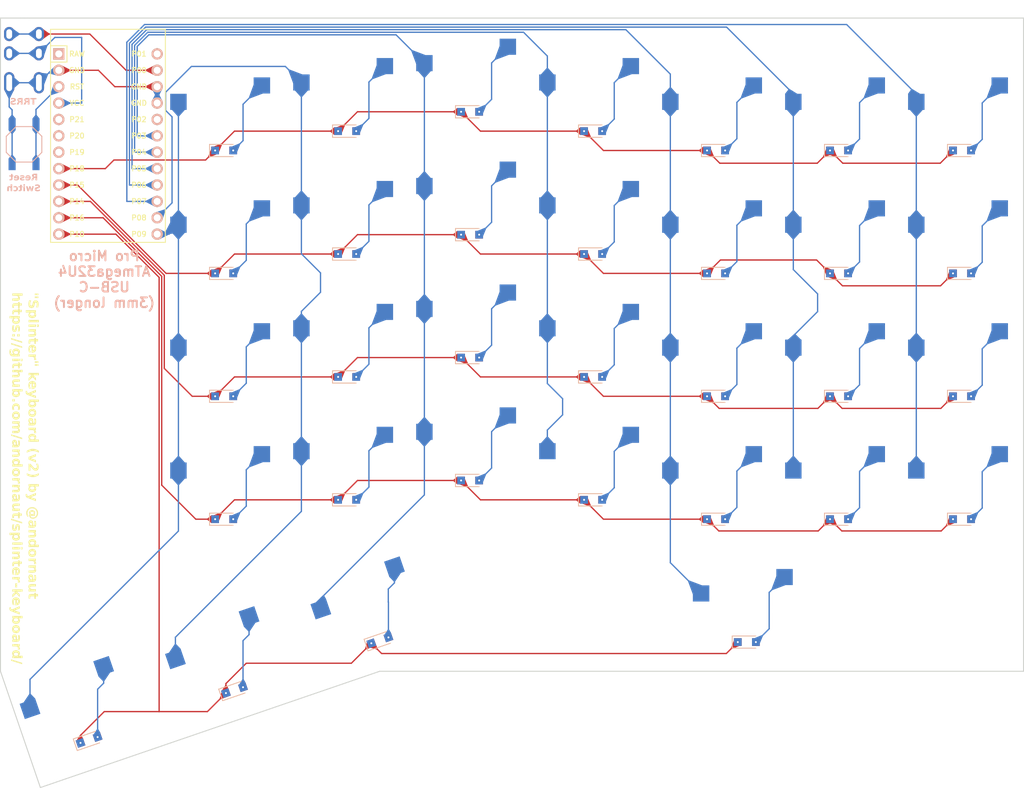
<source format=kicad_pcb>
(kicad_pcb (version 20240108) (generator "pcbnew") (generator_version "8.0")
  (title_block (title "right") (date "2024-06-14") (rev "v1.0.0") (company "Unknown"))
  (layers (0 "F.Cu" signal) (31 "B.Cu" signal) (34 "B.Paste" user) (35 "F.Paste" user) (36 "B.SilkS" user "B.Silkscreen") (37 "F.SilkS" user "F.Silkscreen") (38 "B.Mask" user) (39 "F.Mask" user) (44 "Edge.Cuts" user))
  (net 0 "")
  (net 1 "mirror_two_bottom")
  (net 2 "P16")
  (net 3 "mirror_two_home")
  (net 4 "P14")
  (net 5 "mirror_two_top")
  (net 6 "P15")
  (net 7 "mirror_two_number")
  (net 8 "P18")
  (net 9 "mirror_three_bottom")
  (net 10 "mirror_three_home")
  (net 11 "mirror_three_top")
  (net 12 "mirror_three_number")
  (net 13 "mirror_four_bottom")
  (net 14 "mirror_four_home")
  (net 15 "mirror_four_top")
  (net 16 "mirror_four_number")
  (net 17 "mirror_five_bottom")
  (net 18 "mirror_five_home")
  (net 19 "mirror_five_top")
  (net 20 "mirror_five_number")
  (net 21 "zero_meta")
  (net 22 "P10")
  (net 23 "zero_bottom")
  (net 24 "zero_home")
  (net 25 "zero_top")
  (net 26 "zero_number")
  (net 27 "dash_bottom")
  (net 28 "dash_home")
  (net 29 "dash_top")
  (net 30 "dash_number")
  (net 31 "equal_bottom")
  (net 32 "equal_home")
  (net 33 "equal_top")
  (net 34 "equal_number")
  (net 35 "mirror_three_meta")
  (net 36 "mirror_four_meta")
  (net 37 "mirror_five_meta")
  (net 38 "P4")
  (net 39 "P3")
  (net 40 "P8")
  (net 41 "P9")
  (net 42 "P5")
  (net 43 "P6")
  (net 44 "P7")
  (net 45 "RAW")
  (net 46 "GND")
  (net 47 "RST")
  (net 48 "VCC")
  (net 49 "P21")
  (net 50 "P20")
  (net 51 "P19")
  (net 52 "P1")
  (net 53 "P0")
  (net 54 "P2")
  (footprint "E73:SW_TACT_ALPS_SKQGABE010" (layer "F.Cu") (at 228.075 119.575 90)
    (property "Reference" "B1" (hide yes))
    (property "Value" "" (hide yes))
  )
  (footprint "Diode_SMD:Nexperia_CFP3_SOD-123W" (layer "F.Cu") (at 283.196651 196.45472 18.925)
    (property "Reference" "D30" (hide yes))
    (property "Value" "Nexperia_CFP3_SOD-123W" (hide yes))
  )
  (footprint "Diode_SMD:Nexperia_CFP3_SOD-123W" (layer "F.Cu") (at 297.175 152.625)
    (property "Reference" "D6" (hide yes))
    (property "Value" "Nexperia_CFP3_SOD-123W" (hide yes))
  )
  (footprint "MX" (layer "F.Cu") (at 297.175 166.675)
    (property "Reference" "S5" (hide yes))
    (property "Value" "" (hide yes))
  )
  (footprint "MX" (layer "F.Cu") (at 259.075 115.525)
    (property "Reference" "S16" (hide yes))
    (property "Value" "" (hide yes))
  )
  (footprint "Diode_SMD:Nexperia_CFP3_SOD-123W" (layer "F.Cu") (at 238.146071 211.900945 18.925)
    (property "Reference" "D32" (hide yes))
    (property "Value" "Nexperia_CFP3_SOD-123W" (hide yes))
  )
  (footprint "MX" (layer "F.Cu") (at 259.075 134.575)
    (property "Reference" "S15" (hide yes))
    (property "Value" "" (hide yes))
  )
  (footprint "Diode_SMD:Nexperia_CFP3_SOD-123W" (layer "F.Cu") (at 316.225 136.575)
    (property "Reference" "D3" (hide yes))
    (property "Value" "Nexperia_CFP3_SOD-123W" (hide yes))
  )
  (footprint "Diode_SMD:Nexperia_CFP3_SOD-123W" (layer "F.Cu") (at 335.275 177.675)
    (property "Reference" "D18" (hide yes))
    (property "Value" "Nexperia_CFP3_SOD-123W" (hide yes))
  )
  (footprint "Diode_SMD:Nexperia_CFP3_SOD-123W" (layer "F.Cu") (at 259.075 139.575)
    (property "Reference" "D15" (hide yes))
    (property "Value" "Nexperia_CFP3_SOD-123W" (hide yes))
  )
  (footprint "MX" (layer "F.Cu") (at 335.275 153.625)
    (property "Reference" "S19" (hide yes))
    (property "Value" "" (hide yes))
  )
  (footprint "MX" (layer "F.Cu") (at 354.325 134.575)
    (property "Reference" "S24" (hide yes))
    (property "Value" "" (hide yes))
  )
  (footprint "MX" (layer "F.Cu") (at 340.0375 191.725)
    (property "Reference" "S17" (hide yes))
    (property "Value" "" (hide yes))
  )
  (footprint "MX" (layer "F.Cu") (at 354.325 115.525)
    (property "Reference" "S25" (hide yes))
    (property "Value" "" (hide yes))
  )
  (footprint "MX" (layer "F.Cu") (at 236.52442 207.171226 18.925)
    (property "Reference" "S32" (hide yes))
    (property "Value" "" (hide yes))
  )
  (footprint "MX" (layer "F.Cu") (at 335.275 115.525)
    (property "Reference" "S21" (hide yes))
    (property "Value" "" (hide yes))
  )
  (footprint "Diode_SMD:Nexperia_CFP3_SOD-123W" (layer "F.Cu") (at 373.375 177.675)
    (property "Reference" "D26" (hide yes))
    (property "Value" "Nexperia_CFP3_SOD-123W" (hide yes))
  )
  (footprint "Diode_SMD:Nexperia_CFP3_SOD-123W" (layer "F.Cu") (at 354.325 177.675)
    (property "Reference" "D22" (hide yes))
    (property "Value" "Nexperia_CFP3_SOD-123W" (hide yes))
  )
  (footprint "Diode_SMD:Nexperia_CFP3_SOD-123W" (layer "F.Cu") (at 335.275 158.625)
    (property "Reference" "D19" (hide yes))
    (property "Value" "Nexperia_CFP3_SOD-123W" (hide yes))
  )
  (footprint "MX" (layer "F.Cu") (at 278.125 169.675)
    (property "Reference" "S9" (hide yes))
    (property "Value" "" (hide yes))
  )
  (footprint "MX" (layer "F.Cu") (at 259.04971 199.448113 18.925)
    (property "Reference" "S31" (hide yes))
    (property "Value" "" (hide yes))
  )
  (footprint "MX" (layer "F.Cu") (at 354.325 172.675)
    (property "Reference" "S22" (hide yes))
    (property "Value" "" (hide yes))
  )
  (footprint "MX" (layer "F.Cu") (at 278.125 112.525)
    (property "Reference" "S12" (hide yes))
    (property "Value" "" (hide yes))
  )
  (footprint "Diode_SMD:Nexperia_CFP3_SOD-123W" (layer "F.Cu") (at 259.075 177.675)
    (property "Reference" "D13" (hide yes))
    (property "Value" "Nexperia_CFP3_SOD-123W" (hide yes))
  )
  (footprint "MX" (layer "F.Cu") (at 281.575 191.725 18.925)
    (property "Reference" "S30" (hide yes))
    (property "Value" "" (hide yes))
  )
  (footprint "MX" (layer "F.Cu") (at 297.175 128.575)
    (property "Reference" "S7" (hide yes))
    (property "Value" "" (hide yes))
  )
  (footprint "Diode_SMD:Nexperia_CFP3_SOD-123W" (layer "F.Cu") (at 335.275 139.575)
    (property "Reference" "D20" (hide yes))
    (property "Value" "Nexperia_CFP3_SOD-123W" (hide yes))
  )
  (footprint "MX" (layer "F.Cu") (at 354.325 153.625)
    (property "Reference" "S23" (hide yes))
    (property "Value" "" (hide yes))
  )
  (footprint "Diode_SMD:Nexperia_CFP3_SOD-123W" (layer "F.Cu") (at 316.225 155.625)
    (property "Reference" "D2" (hide yes))
    (property "Value" "Nexperia_CFP3_SOD-123W" (hide yes))
  )
  (footprint "ProMicro" (layer "F.Cu") (at 241.075 119.525 -90)
    (property "Reference" "MCU1" (hide yes))
    (property "Value" "" (hide yes))
  )
  (footprint "ceoloide:mounting_hole_npth" (layer "F.Cu") (at 269.225 141.1)
    (property "Reference" "MH1" (hide yes))
    (property "Value" "")
  )
  (footprint "MX" (layer "F.Cu") (at 297.175 147.625)
    (property "Reference" "S6" (hide yes))
    (property "Value" "" (hide yes))
  )
  (footprint "Diode_SMD:Nexperia_CFP3_SOD-123W" (layer "F.Cu") (at 278.125 155.625)
    (property "Reference" "D10" (hide yes))
    (property "Value" "Nexperia_CFP3_SOD-123W" (hide yes))
  )
  (footprint "MX" (layer "F.Cu") (at 278.125 131.575)
    (property "Reference" "S11" (hide yes))
    (property "Value" "" (hide yes))
  )
  (footprint "MX" (layer "F.Cu") (at 373.375 115.525)
    (property "Reference" "S29" (hide yes))
    (property "Value" "" (hide yes))
  )
  (footprint "Diode_SMD:Nexperia_CFP3_SOD-123W" (layer "F.Cu") (at 354.325 139.575)
    (property "Reference" "D24" (hide yes))
    (property "Value" "Nexperia_CFP3_SOD-123W" (hide yes))
  )
  (footprint "Diode_SMD:Nexperia_CFP3_SOD-123W" (layer "F.Cu") (at 278.125 136.575)
    (property "Reference" "D11" (hide yes))
    (property "Value" "Nexperia_CFP3_SOD-123W" (hide yes))
  )
  (footprint "MX" (layer "F.Cu") (at 335.275 134.575)
    (property "Reference" "S20" (hide yes))
    (property "Value" "" (hide yes))
  )
  (footprint "MX" (layer "F.Cu") (at 316.225 150.625)
    (property "Reference" "S2" (hide yes))
    (property "Value" "" (hide yes))
  )
  (footprint "MX" (layer "F.Cu") (at 373.375 153.625)
    (property "Reference" "S27" (hide yes))
    (property "Value" "" (hide yes))
  )
  (footprint "Diode_SMD:Nexperia_CFP3_SOD-123W" (layer "F.Cu") (at 354.325 120.525)
    (property "Reference" "D25" (hide yes))
    (property "Value" "Nexperia_CFP3_SOD-123W" (hide yes))
  )
  (footprint "Diode_SMD:Nexperia_CFP3_SOD-123W" (layer "F.Cu") (at 373.375 120.525)
    (property "Reference" "D29" (hide yes))
    (property "Value" "Nexperia_CFP3_SOD-123W" (hide yes))
  )
  (footprint "MX" (layer "F.Cu") (at 316.225 112.525)
    (property "Reference" "S4" (hide yes))
    (property "Value" "" (hide yes))
  )
  (footprint "Diode_SMD:Nexperia_CFP3_SOD-123W" (layer "F.Cu") (at 316.225 117.525)
    (property "Reference" "D4" (hide yes))
    (property "Value" "Nexperia_CFP3_SOD-123W" (hide yes))
  )
  (footprint "MX" (layer "F.Cu") (at 316.225 169.675)
    (property "Reference" "S1" (hide yes))
    (property "Value" "" (hide yes))
  )
  (footprint "Diode_SMD:Nexperia_CFP3_SOD-123W" (layer "F.Cu") (at 335.275 120.525)
    (property "Reference" "D21" (hide yes))
    (property "Value" "Nexperia_CFP3_SOD-123W" (hide yes))
  )
  (footprint "Diode_SMD:Nexperia_CFP3_SOD-123W" (layer "F.Cu") (at 373.375 158.625)
    (property "Reference" "D27" (hide yes))
    (property "Value" "Nexperia_CFP3_SOD-123W" (hide yes))
  )
  (footprint "Diode_SMD:Nexperia_CFP3_SOD-123W" (layer "F.Cu") (at 259.075 158.625)
    (property "Reference" "D14" (hide yes))
    (property "Value" "Nexperia_CFP3_SOD-123W" (hide yes))
  )
  (footprint "MX" (layer "F.Cu") (at 335.275 172.675)
    (property "Reference" "S18" (hide yes))
    (property "Value" "" (hide yes))
  )
  (footprint "MX" (layer "F.Cu") (at 278.125 150.625)
    (property "Reference" "S10" (hide yes))
    (property "Value" "" (hide yes))
  )
  (footprint "Diode_SMD:Nexperia_CFP3_SOD-123W" (layer "F.Cu") (at 297.175 171.675)
    (property "Reference" "D5" (hide yes))
    (property "Value" "Nexperia_CFP3_SOD-123W" (hide yes))
  )
  (footprint "ceoloide:mounting_hole_npth" (layer "F.Cu") (at 307.325 160.15)
    (property "Reference" "MH2" (hide yes))
    (property "Value" "")
  )
  (footprint "Diode_SMD:Nexperia_CFP3_SOD-123W" (layer "F.Cu") (at 259.075 120.525)
    (property "Reference" "D16" (hide yes))
    (property "Value" "Nexperia_CFP3_SOD-123W" (hide yes))
  )
  (footprint "Diode_SMD:Nexperia_CFP3_SOD-123W" (layer "F.Cu") (at 316.225 174.675)
    (property "Reference" "D1" (hide yes))
    (property "Value" "Nexperia_CFP3_SOD-123W" (hide yes))
  )
  (footprint "MX" (layer "F.Cu") (at 316.225 131.575)
    (property "Reference" "S3" (hide yes))
    (property "Value" "" (hide yes))
  )
  (footprint "Diode_SMD:Nexperia_CFP3_SOD-123W" (layer "F.Cu") (at 340.0375 196.725)
    (property "Reference" "D17" (hide yes))
    (property "Value" "Nexperia_CFP3_SOD-123W" (hide yes))
  )
  (footprint "Diode_SMD:Nexperia_CFP3_SOD-123W" (layer "F.Cu") (at 297.175 133.575)
    (property "Reference" "D7" (hide yes))
    (property "Value" "Nexperia_CFP3_SOD-123W" (hide yes))
  )
  (footprint "Diode_SMD:Nexperia_CFP3_SOD-123W" (layer "F.Cu") (at 297.175 114.525)
    (property "Reference" "D8" (hide yes))
    (property "Value" "Nexperia_CFP3_SOD-123W" (hide yes))
  )
  (footprint "MX" (layer "F.Cu") (at 259.075 153.625)
    (property "Reference" "S14" (hide yes))
    (property "Value" "" (hide yes))
  )
  (footprint "MX" (layer "F.Cu") (at 259.075 172.675)
    (property "Reference" "S13" (hide yes))
    (property "Value" "" (hide yes))
  )
  (footprint "Diode_SMD:Nexperia_CFP3_SOD-123W" (layer "F.Cu") (at 278.125 117.525)
    (property "Reference" "D12" (hide yes))
    (property "Value" "Nexperia_CFP3_SOD-123W" (hide yes))
  )
  (footprint "MX" (layer "F.Cu") (at 373.375 172.675)
    (property "Reference" "S26" (hide yes))
    (property "Value" "" (hide yes))
  )
  (footprint "ceoloide:mounting_hole_npth" (layer "F.Cu") (at 344.775 144.1)
    (property "Reference" "MH3" (hide yes))
    (property "Value" "")
  )
  (footprint "Diode_SMD:Nexperia_CFP3_SOD-123W" (layer "F.Cu") (at 278.125 174.675)
    (property "Reference" "D9" (hide yes))
    (property "Value" "Nexperia_CFP3_SOD-123W" (hide yes))
  )
  (footprint "Diode_SMD:Nexperia_CFP3_SOD-123W" (layer "F.Cu") (at 373.375 139.575)
    (property "Reference" "D28" (hide yes))
    (property "Value" "Nexperia_CFP3_SOD-123W" (hide yes))
  )
  (footprint "MX" (layer "F.Cu") (at 373.375 134.575)
    (property "Reference" "S28" (hide yes))
    (property "Value" "" (hide yes))
  )
  (footprint "Diode_SMD:Nexperia_CFP3_SOD-123W" (layer "F.Cu") (at 260.671361 204.177833 18.925)
    (property "Reference" "D31" (hide yes))
    (property "Value" "Nexperia_CFP3_SOD-123W" (hide yes))
  )
  (footprint "Diode_SMD:Nexperia_CFP3_SOD-123W" (layer "F.Cu") (at 354.325 158.625)
    (property "Reference" "D23" (hide yes))
    (property "Value" "Nexperia_CFP3_SOD-123W" (hide yes))
  )
  (footprint "MX" (layer "F.Cu") (at 297.175 109.525)
    (property "Reference" "S8" (hide yes))
    (property "Value" "" (hide yes))
  )
  (footprint "ceoloide:trrs_pj320a (reversible, symmetric)" (layer "B.Cu") (at 228.075 99.275)
    (property "Reference" "TRRS1" (hide yes))
    (property "Value" "")
  )
  (gr_line (start 283.162531 201.25) (end 382.9 201.25) (stroke (width 0.15)) (layer "Edge.Cuts"))
  (gr_line (start 224.425 201.25) (end 224.425 100) (stroke (width 0.15)) (layer "Edge.Cuts"))
  (gr_line (start 230.603549 219.270587) (end 248.623781 213.092097) (stroke (width 0.15)) (layer "Edge.Cuts"))
  (gr_line (start 224.425 100) (end 382.9 100) (stroke (width 0.15)) (layer "Edge.Cuts"))
  (gr_line (start 382.9 201.25) (end 382.9 100) (stroke (width 0.15)) (layer "Edge.Cuts"))
  (gr_line (start 248.623781 213.092096) (end 283.162531 201.25) (stroke (width 0.15)) (layer "Edge.Cuts"))
  (gr_line (start 224.425059 201.250355) (end 230.603549 219.270587) (stroke (width 0.15)) (layer "Edge.Cuts"))
  (gr_text "TRRS" (at 230 113 0) (layer "B.SilkS") (effects (font (size 1 1) (thickness 0.25) (bold yes)) (justify left mirror)))
  (gr_text "Reset\nSwitch" (at 228 127 0) (layer "B.SilkS") (effects (font (size 1 1) (thickness 0.25) (bold yes)) (justify bottom mirror)))
  (gr_text "Pro Micro\nATmega32U4\nUSB-C\n(3mm longer)" (at 240.5 145 0) (layer "B.SilkS") (effects (font (size 1.5 1.5) (thickness 0.3) (bold yes)) (justify bottom mirror)))
  (gr_text "{dblquote}Splinter{dblquote} keyboard (v2) by @andornaut\nhttps://github.com/andornaut/splinter-keyboard/" (at 226 142.5 270) (layer "F.SilkS") (effects (font (size 1.5 1.5) (thickness 0.3) (bold yes)) (justify left bottom)))
  (segment (start 319.5 167.162) (end 322.067 164.595) (width 0.2) (layer "B.Cu") (net 1))
  (segment (start 319.5 172.8) (end 319.5 167.162) (width 0.2) (layer "B.Cu") (net 1))
  (segment (start 317.625 174.675) (end 319.5 172.8) (width 0.2) (layer "B.Cu") (net 1))
  (segment (start 370.15 179.5) (end 371.975 177.675) (width 0.2) (layer "F.Cu") (net 2))
  (segment (start 249.4 140.031372) (end 240.323628 130.955) (width 0.2) (layer "F.Cu") (net 2))
  (segment (start 317.825 177.675) (end 333.875 177.675) (width 0.2) (layer "F.Cu") (net 2))
  (segment (start 249.4 172.4) (end 249.4 140.031372) (width 0.2) (layer "F.Cu") (net 2))
  (segment (start 276.725 174.675) (end 279.725 171.675) (width 0.2) (layer "F.Cu") (net 2))
  (segment (start 354.75 179.5) (end 370.15 179.5) (width 0.2) (layer "F.Cu") (net 2))
  (segment (start 295.775 171.675) (end 298.775 174.675) (width 0.2) (layer "F.Cu") (net 2))
  (segment (start 279.725 171.675) (end 295.775 171.675) (width 0.2) (layer "F.Cu") (net 2))
  (segment (start 260.675 174.675) (end 276.725 174.675) (width 0.2) (layer "F.Cu") (net 2))
  (segment (start 351.1 179.5) (end 352.925 177.675) (width 0.2) (layer "F.Cu") (net 2))
  (segment (start 335.7 179.5) (end 351.1 179.5) (width 0.2) (layer "F.Cu") (net 2))
  (segment (start 254.675 177.675) (end 249.4 172.4) (width 0.2) (layer "F.Cu") (net 2))
  (segment (start 314.825 174.675) (end 317.825 177.675) (width 0.2) (layer "F.Cu") (net 2))
  (segment (start 257.675 177.675) (end 254.675 177.675) (width 0.2) (layer "F.Cu") (net 2))
  (segment (start 257.675 177.675) (end 260.675 174.675) (width 0.2) (layer "F.Cu") (net 2))
  (segment (start 240.323628 130.955) (end 233.455 130.955) (width 0.2) (layer "F.Cu") (net 2))
  (segment (start 333.875 177.675) (end 335.7 179.5) (width 0.2) (layer "F.Cu") (net 2))
  (segment (start 298.775 174.675) (end 314.825 174.675) (width 0.2) (layer "F.Cu") (net 2))
  (segment (start 352.925 177.675) (end 354.75 179.5) (width 0.2) (layer "F.Cu") (net 2))
  (segment (start 319.5 153.75) (end 319.5 148.112) (width 0.2) (layer "B.Cu") (net 3))
  (segment (start 317.625 155.625) (end 319.5 153.75) (width 0.2) (layer "B.Cu") (net 3))
  (segment (start 319.5 148.112) (end 322.067 145.545) (width 0.2) (layer "B.Cu") (net 3))
  (segment (start 351.05 160.5) (end 352.925 158.625) (width 0.2) (layer "F.Cu") (net 4))
  (segment (start 298.775 155.625) (end 314.825 155.625) (width 0.2) (layer "F.Cu") (net 4))
  (segment (start 352.925 158.625) (end 354.8 160.5) (width 0.2) (layer "F.Cu") (net 4))
  (segment (start 295.775 152.625) (end 298.775 155.625) (width 0.2) (layer "F.Cu") (net 4))
  (segment (start 354.8 160.5) (end 370.1 160.5) (width 0.2) (layer "F.Cu") (net 4))
  (segment (start 333.875 158.625) (end 335.75 160.5) (width 0.2) (layer "F.Cu") (net 4))
  (segment (start 317.825 158.625) (end 333.875 158.625) (width 0.2) (layer "F.Cu") (net 4))
  (segment (start 249.8 139.865686) (end 238.349314 128.415) (width 0.2) (layer "F.Cu") (net 4))
  (segment (start 370.1 160.5) (end 371.975 158.625) (width 0.2) (layer "F.Cu") (net 4))
  (segment (start 238.349314 128.415) (end 233.455 128.415) (width 0.2) (layer "F.Cu") (net 4))
  (segment (start 254.125 158.625) (end 249.8 154.3) (width 0.2) (layer "F.Cu") (net 4))
  (segment (start 276.725 155.625) (end 279.725 152.625) (width 0.2) (layer "F.Cu") (net 4))
  (segment (start 257.675 158.625) (end 254.125 158.625) (width 0.2) (layer "F.Cu") (net 4))
  (segment (start 257.675 158.625) (end 260.675 155.625) (width 0.2) (layer "F.Cu") (net 4))
  (segment (start 279.725 152.625) (end 295.775 152.625) (width 0.2) (layer "F.Cu") (net 4))
  (segment (start 260.675 155.625) (end 276.725 155.625) (width 0.2) (layer "F.Cu") (net 4))
  (segment (start 249.8 154.3) (end 249.8 139.865686) (width 0.2) (layer "F.Cu") (net 4))
  (segment (start 335.75 160.5) (end 351.05 160.5) (width 0.2) (layer "F.Cu") (net 4))
  (segment (start 314.825 155.625) (end 317.825 158.625) (width 0.2) (layer "F.Cu") (net 4))
  (segment (start 319.5 129.062) (end 322.067 126.495) (width 0.2) (layer "B.Cu") (net 5))
  (segment (start 317.625 136.575) (end 319.5 134.7) (width 0.2) (layer "B.Cu") (net 5))
  (segment (start 319.5 134.7) (end 319.5 129.062) (width 0.2) (layer "B.Cu") (net 5))
  (segment (start 333.875 139.575) (end 335.95 137.5) (width 0.2) (layer "F.Cu") (net 6))
  (segment (start 350.85 137.5) (end 352.925 139.575) (width 0.2) (layer "F.Cu") (net 6))
  (segment (start 317.825 139.575) (end 333.875 139.575) (width 0.2) (layer "F.Cu") (net 6))
  (segment (start 354.85 141.5) (end 370.05 141.5) (width 0.2) (layer "F.Cu") (net 6))
  (segment (start 257.675 139.575) (end 250.075 139.575) (width 0.2) (layer "F.Cu") (net 6))
  (segment (start 276.725 136.575) (end 279.725 133.575) (width 0.2) (layer "F.Cu") (net 6))
  (segment (start 279.725 133.575) (end 295.775 133.575) (width 0.2) (layer "F.Cu") (net 6))
  (segment (start 352.925 139.575) (end 354.85 141.5) (width 0.2) (layer "F.Cu") (net 6))
  (segment (start 298.775 136.575) (end 314.825 136.575) (width 0.2) (layer "F.Cu") (net 6))
  (segment (start 314.825 136.575) (end 317.825 139.575) (width 0.2) (layer "F.Cu") (net 6))
  (segment (start 236.375 125.875) (end 233.455 125.875) (width 0.2) (layer "F.Cu") (net 6))
  (segment (start 250.075 139.575) (end 236.375 125.875) (width 0.2) (layer "F.Cu") (net 6))
  (segment (start 260.675 136.575) (end 276.725 136.575) (width 0.2) (layer "F.Cu") (net 6))
  (segment (start 295.775 133.575) (end 298.775 136.575) (width 0.2) (layer "F.Cu") (net 6))
  (segment (start 335.95 137.5) (end 350.85 137.5) (width 0.2) (layer "F.Cu") (net 6))
  (segment (start 370.05 141.5) (end 371.975 139.575) (width 0.2) (layer "F.Cu") (net 6))
  (segment (start 257.675 139.575) (end 260.675 136.575) (width 0.2) (layer "F.Cu") (net 6))
  (segment (start 319.5 115.65) (end 319.5 110.012) (width 0.2) (layer "B.Cu") (net 7))
  (segment (start 319.5 110.012) (end 322.067 107.445) (width 0.2) (layer "B.Cu") (net 7))
  (segment (start 317.625 117.525) (end 319.5 115.65) (width 0.2) (layer "B.Cu") (net 7))
  (segment (start 242 122) (end 240.665 123.335) (width 0.2) (layer "F.Cu") (net 8))
  (segment (start 335.85 122.5) (end 350.95 122.5) (width 0.2) (layer "F.Cu") (net 8))
  (segment (start 260.675 117.525) (end 276.725 117.525) (width 0.2) (layer "F.Cu") (net 8))
  (segment (start 352.925 120.525) (end 354.9 122.5) (width 0.2) (layer "F.Cu") (net 8))
  (segment (start 350.95 122.5) (end 352.925 120.525) (width 0.2) (layer "F.Cu") (net 8))
  (segment (start 257.675 120.525) (end 260.675 117.525) (width 0.2) (layer "F.Cu") (net 8))
  (segment (start 317.825 120.525) (end 333.875 120.525) (width 0.2) (layer "F.Cu") (net 8))
  (segment (start 256.2 122) (end 242 122) (width 0.2) (layer "F.Cu") (net 8))
  (segment (start 295.775 114.525) (end 298.775 117.525) (width 0.2) (layer "F.Cu") (net 8))
  (segment (start 314.825 117.525) (end 317.825 120.525) (width 0.2) (layer "F.Cu") (net 8))
  (segment (start 333.875 120.525) (end 335.85 122.5) (width 0.2) (layer "F.Cu") (net 8))
  (segment (start 279.725 114.525) (end 295.775 114.525) (width 0.2) (layer "F.Cu") (net 8))
  (segment (start 257.675 120.525) (end 256.2 122) (width 0.2) (layer "F.Cu") (net 8))
  (segment (start 240.665 123.335) (end 233.455 123.335) (width 0.2) (layer "F.Cu") (net 8))
  (segment (start 354.9 122.5) (end 370 122.5) (width 0.2) (layer "F.Cu") (net 8))
  (segment (start 276.725 117.525) (end 279.725 114.525) (width 0.2) (layer "F.Cu") (net 8))
  (segment (start 298.775 117.525) (end 314.825 117.525) (width 0.2) (layer "F.Cu") (net 8))
  (segment (start 370 122.5) (end 371.975 120.525) (width 0.2) (layer "F.Cu") (net 8))
  (segment (start 298.575 171.675) (end 300.5 169.75) (width 0.2) (layer "B.Cu") (net 9))
  (segment (start 300.5 164.112) (end 303.017 161.595) (width 0.2) (layer "B.Cu") (net 9))
  (segment (start 300.5 169.75) (end 300.5 164.112) (width 0.2) (layer "B.Cu") (net 9))
  (segment (start 300.5 145.062) (end 303.017 142.545) (width 0.2) (layer "B.Cu") (net 10))
  (segment (start 298.575 152.625) (end 300.5 150.7) (width 0.2) (layer "B.Cu") (net 10))
  (segment (start 300.5 150.7) (end 300.5 145.062) (width 0.2) (layer "B.Cu") (net 10))
  (segment (start 298.575 133.575) (end 300.5 131.65) (width 0.2) (layer "B.Cu") (net 11))
  (segment (start 300.5 131.65) (end 300.5 126.012) (width 0.2) (layer "B.Cu") (net 11))
  (segment (start 300.5 126.012) (end 303.017 123.495) (width 0.2) (layer "B.Cu") (net 11))
  (segment (start 300.5 112.6) (end 298.575 114.525) (width 0.2) (layer "B.Cu") (net 12))
  (segment (start 300.5 106.962) (end 300.5 112.6) (width 0.2) (layer "B.Cu") (net 12))
  (segment (start 303.017 104.445) (end 300.5 106.962) (width 0.2) (layer "B.Cu") (net 12))
  (segment (start 281.5 172.7) (end 281.5 167.062) (width 0.2) (layer "B.Cu") (net 13))
  (segment (start 279.525 174.675) (end 281.5 172.7) (width 0.2) (layer "B.Cu") (net 13))
  (segment (start 281.5 167.062) (end 283.967 164.595) (width 0.2) (layer "B.Cu") (net 13))
  (segment (start 281.5 148.012) (end 283.967 145.545) (width 0.2) (layer "B.Cu") (net 14))
  (segment (start 281.5 153.65) (end 281.5 148.012) (width 0.2) (layer "B.Cu") (net 14))
  (segment (start 279.525 155.625) (end 281.5 153.65) (width 0.2) (layer "B.Cu") (net 14))
  (segment (start 281.5 134.6) (end 281.5 128.962) (width 0.2) (layer "B.Cu") (net 15))
  (segment (start 279.525 136.575) (end 281.5 134.6) (width 0.2) (layer "B.Cu") (net 15))
  (segment (start 281.5 128.962) (end 283.967 126.495) (width 0.2) (layer "B.Cu") (net 15))
  (segment (start 279.525 117.525) (end 281.5 115.55) (width 0.2) (layer "B.Cu") (net 16))
  (segment (start 281.5 115.55) (end 281.5 109.912) (width 0.2) (layer "B.Cu") (net 16))
  (segment (start 281.5 109.912) (end 283.967 107.445) (width 0.2) (layer "B.Cu") (net 16))
  (segment (start 262.5 175.65) (end 262.5 170.012) (width 0.2) (layer "B.Cu") (net 17))
  (segment (start 260.475 177.675) (end 262.5 175.65) (width 0.2) (layer "B.Cu") (net 17))
  (segment (start 262.5 170.012) (end 264.917 167.595) (width 0.2) (layer "B.Cu") (net 17))
  (segment (start 262.5 150.962) (end 264.917 148.545) (width 0.2) (layer "B.Cu") (net 18))
  (segment (start 260.475 158.625) (end 262.5 156.6) (width 0.2) (layer "B.Cu") (net 18))
  (segment (start 262.5 156.6) (end 262.5 150.962) (width 0.2) (layer "B.Cu") (net 18))
  (segment (start 260.475 139.575) (end 262.5 137.55) (width 0.2) (layer "B.Cu") (net 19))
  (segment (start 262.5 137.55) (end 262.5 131.912) (width 0.2) (layer "B.Cu") (net 19))
  (segment (start 262.5 131.912) (end 264.917 129.495) (width 0.2) (layer "B.Cu") (net 19))
  (segment (start 262 119) (end 262 113.362) (width 0.2) (layer "B.Cu") (net 20))
  (segment (start 260.475 120.525) (end 262 119) (width 0.2) (layer "B.Cu") (net 20))
  (segment (start 262 113.362) (end 264.917 110.445) (width 0.2) (layer "B.Cu") (net 20))
  (segment (start 345.8795 186.645) (end 343.5 189.0245) (width 0.2) (layer "B.Cu") (net 21))
  (segment (start 343.5 189.0245) (end 343.5 194.6625) (width 0.2) (layer "B.Cu") (net 21))
  (segment (start 343.5 194.6625) (end 341.4375 196.725) (width 0.2) (layer "B.Cu") (net 21))
  (segment (start 240.5 207.5) (end 249 207.5) (width 0.2) (layer "F.Cu") (net 22))
  (segment (start 283.463547 198.5) (end 336.8625 198.5) (width 0.2) (layer "F.Cu") (net 22))
  (segment (start 249 207.5) (end 256.478934 207.5) (width 0.2) (layer "F.Cu") (net 22))
  (segment (start 336.8625 198.5) (end 338.6375 196.725) (width 0.2) (layer "F.Cu") (net 22))
  (segment (start 249 140.197058) (end 249 207.5) (width 0.2) (layer "F.Cu") (net 22))
  (segment (start 242.297942 133.495) (end 249 140.197058) (width 0.2) (layer "F.Cu") (net 22))
  (segment (start 259.347039 204.631895) (end 259.347039 203.152961) (width 0.2) (layer "F.Cu") (net 22))
  (segment (start 233.455 133.495) (end 242.297942 133.495) (width 0.2) (layer "F.Cu") (net 22))
  (segment (start 262.5 200) (end 278.781111 200) (width 0.2) (layer "F.Cu") (net 22))
  (segment (start 236.821749 211.178251) (end 240.5 207.5) (width 0.2) (layer "F.Cu") (net 22))
  (segment (start 236.821749 212.355007) (end 236.821749 211.178251) (width 0.2) (layer "F.Cu") (net 22))
  (segment (start 278.781111 200) (end 281.872329 196.908782) (width 0.2) (layer "F.Cu") (net 22))
  (segment (start 256.478934 207.5) (end 259.347039 204.631895) (width 0.2) (layer "F.Cu") (net 22))
  (segment (start 259.347039 203.152961) (end 262.5 200) (width 0.2) (layer "F.Cu") (net 22))
  (segment (start 281.872329 196.908782) (end 283.463547 198.5) (width 0.2) (layer "F.Cu") (net 22))
  (segment (start 341.117 167.595) (end 338.5 170.212) (width 0.2) (layer "B.Cu") (net 23))
  (segment (start 338.5 175.85) (end 336.675 177.675) (width 0.2) (layer "B.Cu") (net 23))
  (segment (start 338.5 170.212) (end 338.5 175.85) (width 0.2) (layer "B.Cu") (net 23))
  (segment (start 341.117 148.545) (end 338.5 151.162) (width 0.2) (layer "B.Cu") (net 24))
  (segment (start 338.5 156.8) (end 336.675 158.625) (width 0.2) (layer "B.Cu") (net 24))
  (segment (start 338.5 151.162) (end 338.5 156.8) (width 0.2) (layer "B.Cu") (net 24))
  (segment (start 338.5 137.75) (end 336.675 139.575) (width 0.2) (layer "B.Cu") (net 25))
  (segment (start 338.5 132.112) (end 338.5 137.75) (width 0.2) (layer "B.Cu") (net 25))
  (segment (start 341.117 129.495) (end 338.5 132.112) (width 0.2) (layer "B.Cu") (net 25))
  (segment (start 338.5 118.7) (end 336.675 120.525) (width 0.2) (layer "B.Cu") (net 26))
  (segment (start 338.5 113.062) (end 338.5 118.7) (width 0.2) (layer "B.Cu") (net 26))
  (segment (start 341.117 110.445) (end 338.5 113.062) (width 0.2) (layer "B.Cu") (net 26))
  (segment (start 357.5 175.9) (end 357.5 170.262) (width 0.2) (layer "B.Cu") (net 27))
  (segment (start 357.5 170.262) (end 360.167 167.595) (width 0.2) (layer "B.Cu") (net 27))
  (segment (start 355.725 177.675) (end 357.5 175.9) (width 0.2) (layer "B.Cu") (net 27))
  (segment (start 357.5 151.212) (end 360.167 148.545) (width 0.2) (layer "B.Cu") (net 28))
  (segment (start 355.725 158.625) (end 357.5 156.85) (width 0.2) (layer "B.Cu") (net 28))
  (segment (start 357.5 156.85) (end 357.5 151.212) (width 0.2) (layer "B.Cu") (net 28))
  (segment (start 355.725 139.575) (end 357.5 137.8) (width 0.2) (layer "B.Cu") (net 29))
  (segment (start 357.5 132.162) (end 360.167 129.495) (width 0.2) (layer "B.Cu") (net 29))
  (segment (start 357.5 137.8) (end 357.5 132.162) (width 0.2) (layer "B.Cu") (net 29))
  (segment (start 355.725 120.525) (end 357.5 118.75) (width 0.2) (layer "B.Cu") (net 30))
  (segment (start 357.5 118.75) (end 357.5 113.112) (width 0.2) (layer "B.Cu") (net 30))
  (segment (start 357.5 113.112) (end 360.167 110.445) (width 0.2) (layer "B.Cu") (net 30))
  (segment (start 376.5 175.95) (end 376.5 170.312) (width 0.2) (layer "B.Cu") (net 31))
  (segment (start 374.775 177.675) (end 376.5 175.95) (width 0.2) (layer "B.Cu") (net 31))
  (segment (start 376.5 170.312) (end 379.217 167.595) (width 0.2) (layer "B.Cu") (net 31))
  (segment (start 374.775 158.625) (end 376.5 156.9) (width 0.2) (layer "B.Cu") (net 32))
  (segment (start 376.5 151.262) (end 379.217 148.545) (width 0.2) (layer "B.Cu") (net 32))
  (segment (start 376.5 156.9) (end 376.5 151.262) (width 0.2) (layer "B.Cu") (net 32))
  (segment (start 376.5 132.212) (end 379.217 129.495) (width 0.2) (layer "B.Cu") (net 33))
  (segment (start 374.775 139.575) (end 376.5 137.85) (width 0.2) (layer "B.Cu") (net 33))
  (segment (start 376.5 137.85) (end 376.5 132.212) (width 0.2) (layer "B.Cu") (net 33))
  (segment (start 374.775 120.525) (end 376.5 118.8) (width 0.2) (layer "B.Cu") (net 34))
  (segment (start 376.5 113.162) (end 379.217 110.445) (width 0.2) (layer "B.Cu") (net 34))
  (segment (start 376.5 118.8) (end 376.5 113.162) (width 0.2) (layer "B.Cu") (net 34))
  (segment (start 284.520973 196.000658) (end 284.520973 190.520973) (width 0.2) (layer "B.Cu") (net 35))
  (segment (start 284.5 190.5) (end 284.5 188.5) (width 0.2) (layer "B.Cu") (net 35))
  (segment (start 285.453607 187.546393) (end 285.453607 185.024868) (width 0.2) (layer "B.Cu") (net 35))
  (segment (start 284.520973 190.520973) (end 284.5 190.5) (width 0.2) (layer "B.Cu") (net 35))
  (segment (start 284.5 188.5) (end 285.453607 187.546393) (width 0.2) (layer "B.Cu") (net 35))
  (segment (start 261.995683 203.723771) (end 261.995683 196.504317) (width 0.2) (layer "B.Cu") (net 36))
  (segment (start 262.928317 195.571683) (end 262.928317 192.747981) (width 0.2) (layer "B.Cu") (net 36))
  (segment (start 261.995683 196.504317) (end 262.928317 195.571683) (width 0.2) (layer "B.Cu") (net 36))
  (segment (start 239.470393 211.446883) (end 239.470393 204.029607) (width 0.2) (layer "B.Cu") (net 37))
  (segment (start 240.403027 203.096973) (end 240.403027 200.471094) (width 0.2) (layer "B.Cu") (net 37))
  (segment (start 239.470393 204.029607) (end 240.403027 203.096973) (width 0.2) (layer "B.Cu") (net 37))
  (segment (start 247.234314 102.2) (end 245.2 104.234314) (width 0.2) (layer "B.Cu") (net 38))
  (segment (start 309.14 105.89) (end 305.45 102.2) (width 0.2) (layer "B.Cu") (net 38))
  (segment (start 309.14 167.135) (end 309.14 163.86) (width 0.2) (layer "B.Cu") (net 38))
  (segment (start 245.295 120.795) (end 248.695 120.795) (width 0.2) (layer "B.Cu") (net 38))
  (segment (start 311.5 161.5) (end 311.5 159) (width 0.2) (layer "B.Cu") (net 38))
  (segment (start 309.14 163.86) (end 311.5 161.5) (width 0.2) (layer "B.Cu") (net 38))
  (segment (start 311.5 159) (end 309.14 156.64) (width 0.2) (layer "B.Cu") (net 38))
  (segment (start 245.2 104.234314) (end 245.2 120.7) (width 0.2) (layer "B.Cu") (net 38))
  (segment (start 309.14 129.035) (end 309.14 109.985) (width 0.2) (layer "B.Cu") (net 38))
  (segment (start 305.45 102.2) (end 247.234314 102.2) (width 0.2) (layer "B.Cu") (net 38))
  (segment (start 309.14 109.985) (end 309.14 105.89) (width 0.2) (layer "B.Cu") (net 38))
  (segment (start 245.2 120.7) (end 245.295 120.795) (width 0.2) (layer "B.Cu") (net 38))
  (segment (start 309.14 156.64) (end 309.14 148.085) (width 0.2) (layer "B.Cu") (net 38))
  (segment (start 309.14 148.085) (end 309.14 129.035) (width 0.2) (layer "B.Cu") (net 38))
  (segment (start 290.09 173.91) (end 290.09 164.135) (width 0.2) (layer "B.Cu") (net 39))
  (segment (start 290.09 106.985) (end 290.09 126.035) (width 0.2) (layer "B.Cu") (net 39))
  (segment (start 245.6 118.255) (end 248.695 118.255) (width 0.2) (layer "B.Cu") (net 39))
  (segment (start 290.09 145.085) (end 290.09 164.135) (width 0.2) (layer "B.Cu") (net 39))
  (segment (start 290.09 126.035) (end 290.09 145.085) (width 0.2) (layer "B.Cu") (net 39))
  (segment (start 247.4 102.6) (end 245.6 104.4) (width 0.2) (layer "B.Cu") (net 39))
  (segment (start 285.705 102.6) (end 247.4 102.6) (width 0.2) (layer "B.Cu") (net 39))
  (segment (start 274.049189 191.620182) (end 274.049189 189.950811) (width 0.2) (layer "B.Cu") (net 39))
  (segment (start 290.09 106.985) (end 285.705 102.6) (width 0.2) (layer "B.Cu") (net 39))
  (segment (start 245.6 104.4) (end 245.6 118.255) (width 0.2) (layer "B.Cu") (net 39))
  (segment (start 274.049189 189.950811) (end 290.09 173.91) (width 0.2) (layer "B.Cu") (net 39))
  (segment (start 268.555 107.5) (end 254 107.5) (width 0.2) (layer "B.Cu") (net 40))
  (segment (start 271.04 176.46) (end 271.04 167.135) (width 0.2) (layer "B.Cu") (net 40))
  (segment (start 271.04 148.085) (end 271.04 167.135) (width 0.2) (layer "B.Cu") (net 40))
  (segment (start 251 128.65) (end 248.695 130.955) (width 0.2) (layer "B.Cu") (net 40))
  (segment (start 251.523899 195.976101) (end 271.04 176.46) (width 0.2) (layer "B.Cu") (net 40))
  (segment (start 271.04 129.035) (end 271.04 136.54) (width 0.2) (layer "B.Cu") (net 40))
  (segment (start 271.04 109.985) (end 271.04 129.035) (width 0.2) (layer "B.Cu") (net 40))
  (segment (start 250 114.31) (end 251 115.31) (width 0.2) (layer "B.Cu") (net 40))
  (segment (start 274 139.5) (end 274 142.5) (width 0.2) (layer "B.Cu") (net 40))
  (segment (start 271.04 109.985) (end 268.555 107.5) (width 0.2) (layer "B.Cu") (net 40))
  (segment (start 271.04 136.54) (end 274 139.5) (width 0.2) (layer "B.Cu") (net 40))
  (segment (start 251.523899 199.343295) (end 251.523899 195.976101) (width 0.2) (layer "B.Cu") (net 40))
  (segment (start 271.04 145.46) (end 271.04 148.085) (width 0.2) (layer "B.Cu") (net 40))
  (segment (start 251 115.31) (end 251 128.65) (width 0.2) (layer "B.Cu") (net 40))
  (segment (start 274 142.5) (end 271.04 145.46) (width 0.2) (layer "B.Cu") (net 40))
  (segment (start 250 111.5) (end 250 114.31) (width 0.2) (layer "B.Cu") (net 40))
  (segment (start 254 107.5) (end 250 111.5) (width 0.2) (layer "B.Cu") (net 40))
  (segment (start 250.53 133.495) (end 248.695 133.495) (width 0.2) (layer "B.Cu") (net 41))
  (segment (start 251.99 112.985) (end 251.99 132.035) (width 0.2) (layer "B.Cu") (net 41))
  (segment (start 251.99 132.035) (end 250.53 133.495) (width 0.2) (layer "B.Cu") (net 41))
  (segment (start 251.99 179.51) (end 251.99 170.135) (width 0.2) (layer "B.Cu") (net 41))
  (segment (start 228.998609 207.066408) (end 228.998609 202.501391) (width 0.2) (layer "B.Cu") (net 41))
  (segment (start 251.99 132.035) (end 251.99 151.085) (width 0.2) (layer "B.Cu") (net 41))
  (segment (start 228.998609 202.501391) (end 251.99 179.51) (width 0.2) (layer "B.Cu") (net 41))
  (segment (start 251.99 151.085) (end 251.99 170.135) (width 0.2) (layer "B.Cu") (net 41))
  (segment (start 328.19 184.4225) (end 328.19 170.135) (width 0.2) (layer "B.Cu") (net 42))
  (segment (start 328.19 132.035) (end 328.19 151.085) (width 0.2) (layer "B.Cu") (net 42))
  (segment (start 332.9525 189.185) (end 328.19 184.4225) (width 0.2) (layer "B.Cu") (net 42))
  (segment (start 244.8 104.068628) (end 244.8 123.3) (width 0.2) (layer "B.Cu") (net 42))
  (segment (start 328.19 108.69) (end 321.3 101.8) (width 0.2) (layer "B.Cu") (net 42))
  (segment (start 244.8 123.3) (end 244.835 123.335) (width 0.2) (layer "B.Cu") (net 42))
  (segment (start 321.3 101.8) (end 247.068628 101.8) (width 0.2) (layer "B.Cu") (net 42))
  (segment (start 247.068628 101.8) (end 244.8 104.068628) (width 0.2) (layer "B.Cu") (net 42))
  (segment (start 244.835 123.335) (end 248.695 123.335) (width 0.2) (layer "B.Cu") (net 42))
  (segment (start 328.19 151.085) (end 328.19 170.135) (width 0.2) (layer "B.Cu") (net 42))
  (segment (start 328.19 112.985) (end 328.19 108.69) (width 0.2) (layer "B.Cu") (net 42))
  (segment (start 328.19 112.985) (end 328.19 132.035) (width 0.2) (layer "B.Cu") (net 42))
  (segment (start 244.4 103.902942) (end 244.4 125.875) (width 0.2) (layer "B.Cu") (net 43))
  (segment (start 347.24 138.99) (end 347.24 132.035) (width 0.2) (layer "B.Cu") (net 43))
  (segment (start 347.24 111.74) (end 336.9 101.4) (width 0.2) (layer "B.Cu") (net 43))
  (segment (start 347.24 170.135) (end 347.24 151.085) (width 0.2) (layer "B.Cu") (net 43))
  (segment (start 246.902942 101.4) (end 244.4 103.902942) (width 0.2) (layer "B.Cu") (net 43))
  (segment (start 347.24 112.985) (end 347.24 111.74) (width 0.2) (layer "B.Cu") (net 43))
  (segment (start 347.24 149.26) (end 351 145.5) (width 0.2) (layer "B.Cu") (net 43))
  (segment (start 244.4 125.875) (end 248.695 125.875) (width 0.2) (layer "B.Cu") (net 43))
  (segment (start 347.24 151.085) (end 347.24 149.26) (width 0.2) (layer "B.Cu") (net 43))
  (segment (start 351 145.5) (end 351 142.75) (width 0.2) (layer "B.Cu") (net 43))
  (segment (start 347.24 112.985) (end 347.24 132.035) (width 0.2) (layer "B.Cu") (net 43))
  (segment (start 351 142.75) (end 347.24 138.99) (width 0.2) (layer "B.Cu") (net 43))
  (segment (start 336.9 101.4) (end 246.902942 101.4) (width 0.2) (layer "B.Cu") (net 43))
  (segment (start 366.29 111.79) (end 355.5 101) (width 0.2) (layer "B.Cu") (net 44))
  (segment (start 244 103.737256) (end 244 128.415) (width 0.2) (layer "B.Cu") (net 44))
  (segment (start 366.29 132.035) (end 366.29 151.085) (width 0.2) (layer "B.Cu") (net 44))
  (segment (start 366.29 151.085) (end 366.29 170.135) (width 0.2) (layer "B.Cu") (net 44))
  (segment (start 366.29 112.985) (end 366.29 132.035) (width 0.2) (layer "B.Cu") (net 44))
  (segment (start 366.29 112.985) (end 366.29 111.79) (width 0.2) (layer "B.Cu") (net 44))
  (segment (start 355.5 101) (end 246.737256 101) (width 0.2) (layer "B.Cu") (net 44))
  (segment (start 246.737256 101) (end 244 103.737256) (width 0.2) (layer "B.Cu") (net 44))
  (segment (start 244 128.415) (end 248.695 128.415) (width 0.2) (layer "B.Cu") (net 44))
  (segment (start 239.595 108.095) (end 242.135 110.635) (width 0.2) (layer "F.Cu") (net 46))
  (segment (start 233.455 108.095) (end 239.595 108.095) (width 0.2) (layer "F.Cu") (net 46))
  (segment (start 242.135 110.635) (end 248.695 110.635) (width 0.2) (layer "F.Cu") (net 46))
  (segment (start 225.775 110.025) (end 230.375 110.025) (width 0.2) (layer "B.Cu") (net 46))
  (segment (start 230.375 110.025) (end 232.305 108.095) (width 0.2) (layer "B.Cu") (net 46))
  (segment (start 248.695 113.175) (end 248.695 110.635) (width 0.2) (layer "B.Cu") (net 46))
  (segment (start 225.775 113.775) (end 225.775 110.025) (width 0.2) (layer "B.Cu") (net 46))
  (segment (start 226.225 116.475) (end 226.225 114.225) (width 0.2) (layer "B.Cu") (net 46))
  (segment (start 226.225 122.675) (end 226.225 116.475) (width 0.2) (layer "B.Cu") (net 46))
  (segment (start 226.225 114.225) (end 225.775 113.775) (width 0.2) (layer "B.Cu") (net 46))
  (segment (start 232.305 108.095) (end 233.455 108.095) (width 0.2) (layer "B.Cu") (net 46))
  (segment (start 229.925 114.165) (end 233.455 110.635) (width 0.2) (layer "B.Cu") (net 47))
  (segment (start 229.925 116.475) (end 229.925 114.165) (width 0.2) (layer "B.Cu") (net 47))
  (segment (start 229.925 116.475) (end 229.925 122.675) (width 0.2) (layer "B.Cu") (net 47))
  (segment (start 237 103) (end 237 113.175) (width 0.2) (layer "B.Cu") (net 48))
  (segment (start 230.375 105.475) (end 225.775 105.475) (width 0.2) (layer "B.Cu") (net 48))
  (segment (start 230.375 105.475) (end 232.85 103) (width 0.2) (layer "B.Cu") (net 48))
  (segment (start 232.85 103) (end 237 103) (width 0.2) (layer "B.Cu") (net 48))
  (segment (start 237 113.175) (end 233.455 113.175) (width 0.2) (layer "B.Cu") (net 48))
  (segment (start 243.877843 108.095) (end 248.695 108.095) (width 0.2) (layer "F.Cu") (net 53))
  (segment (start 238.257843 102.475) (end 243.877843 108.095) (width 0.2) (layer "F.Cu") (net 53))
  (segment (start 230.375 102.475) (end 238.257843 102.475) (width 0.2) (layer "F.Cu") (net 53))
  (segment (start 230.375 102.475) (end 225.775 102.475) (width 0.2) (layer "B.Cu") (net 53))
)
</source>
